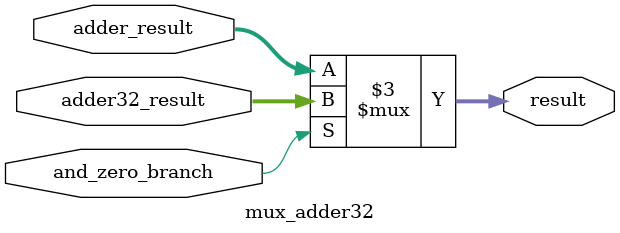
<source format=v>
module mux_adder32(
    input wire [31:0] adder_result,
    input wire [31:0] adder32_result,
    input wire and_zero_branch,
    output reg [31:0] result
);

    always @(*) begin
        case (and_zero_branch)
            1'b0: result <= adder_result;
            default: result <= adder32_result;
        endcase
    end

endmodule
</source>
